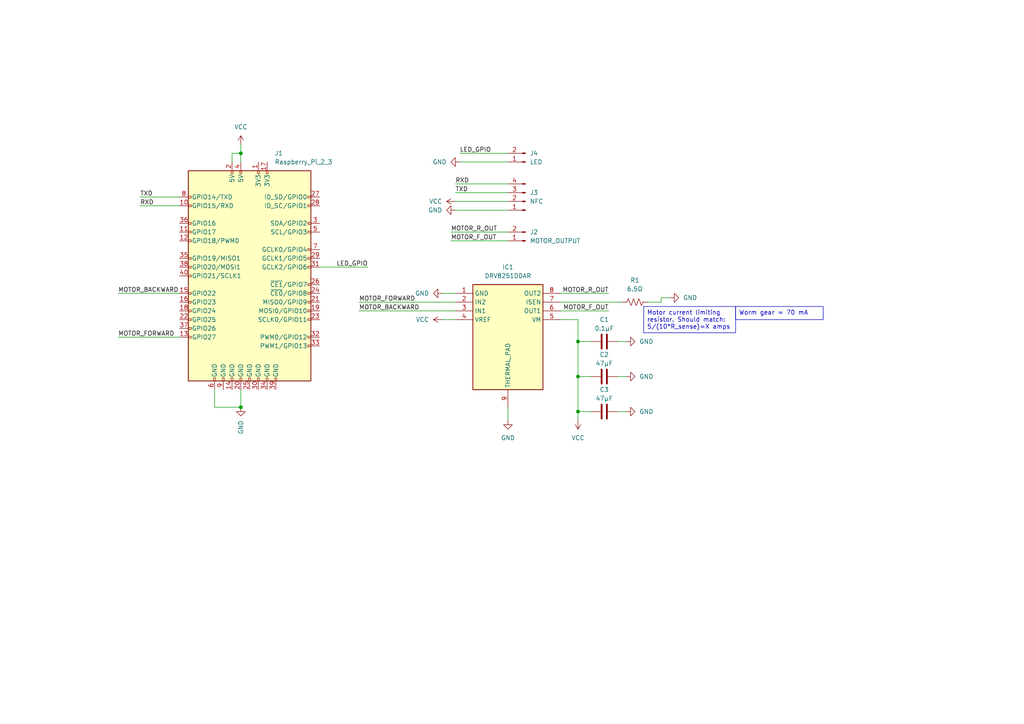
<source format=kicad_sch>
(kicad_sch (version 20230121) (generator eeschema)
  (paper "A4")
  (lib_symbols
    (symbol "Connector:Conn_01x02_Pin" (pin_names (offset 1.016) hide)
      (property "Reference" "J" (at 0 2.54 0))
      (property "Value" "Conn_01x02_Pin" (at 0 -5.08 0))
      (symbol "Conn_01x02_Pin_1_1"
        (polyline (pts (xy 1.27 -2.54) (xy 0.8636 -2.54)) (stroke (width 0.1524)))
        (polyline (pts (xy 1.27 0) (xy 0.8636 0)) (stroke (width 0.1524)))
        (rectangle (start 0.8636 -2.413) (end 0 -2.667) (stroke (width 0.1524)) (fill (type outline)))
        (rectangle (start 0.8636 0.127) (end 0 -0.127) (stroke (width 0.1524)) (fill (type outline)))
        (pin passive line (at 5.08 0 180) (length 3.81) (name "Pin_1") (number "1"))
        (pin passive line (at 5.08 -2.54 180) (length 3.81) (name "Pin_2") (number "2"))
      )
    )
    (symbol "Connector:Conn_01x04_Pin" (pin_names (offset 1.016) hide)
      (property "Reference" "J" (at 0 5.08 0))
      (property "Value" "Conn_01x04_Pin" (at 0 -7.62 0))
      (symbol "Conn_01x04_Pin_1_1"
        (polyline (pts (xy 1.27 -5.08) (xy 0.8636 -5.08)) (stroke (width 0.1524)))
        (polyline (pts (xy 1.27 -2.54) (xy 0.8636 -2.54)) (stroke (width 0.1524)))
        (polyline (pts (xy 1.27 0) (xy 0.8636 0)) (stroke (width 0.1524)))
        (polyline (pts (xy 1.27 2.54) (xy 0.8636 2.54)) (stroke (width 0.1524)))
        (rectangle (start 0.8636 -4.953) (end 0 -5.207) (stroke (width 0.1524)) (fill (type outline)))
        (rectangle (start 0.8636 -2.413) (end 0 -2.667) (stroke (width 0.1524)) (fill (type outline)))
        (rectangle (start 0.8636 0.127) (end 0 -0.127) (stroke (width 0.1524)) (fill (type outline)))
        (rectangle (start 0.8636 2.667) (end 0 2.413) (stroke (width 0.1524)) (fill (type outline)))
        (pin passive line (at 5.08 2.54 180) (length 3.81) (name "Pin_1") (number "1"))
        (pin passive line (at 5.08 0 180) (length 3.81) (name "Pin_2") (number "2"))
        (pin passive line (at 5.08 -2.54 180) (length 3.81) (name "Pin_3") (number "3"))
        (pin passive line (at 5.08 -5.08 180) (length 3.81) (name "Pin_4") (number "4"))
      )
    )
    (symbol "Connector:Raspberry_Pi_2_3" (pin_names (offset 1.016))
      (property "Reference" "J" (at -17.78 31.75 0))
      (property "Value" "Raspberry_Pi_2_3" (at 10.16 -31.75 0))
      (symbol "Raspberry_Pi_2_3_0_1"
        (rectangle (start -17.78 30.48) (end 17.78 -30.48) (stroke (width 0.254)) (fill (type background)))
      )
      (symbol "Raspberry_Pi_2_3_1_1"
        (rectangle (start -16.891 -17.526) (end -17.78 -18.034))
        (rectangle (start -16.891 -14.986) (end -17.78 -15.494))
        (rectangle (start -16.891 -12.446) (end -17.78 -12.954))
        (rectangle (start -16.891 -9.906) (end -17.78 -10.414))
        (rectangle (start -16.891 -7.366) (end -17.78 -7.874))
        (rectangle (start -16.891 -4.826) (end -17.78 -5.334))
        (rectangle (start -16.891 0.254) (end -17.78 -0.254))
        (rectangle (start -16.891 2.794) (end -17.78 2.286))
        (rectangle (start -16.891 5.334) (end -17.78 4.826))
        (rectangle (start -16.891 10.414) (end -17.78 9.906))
        (rectangle (start -16.891 12.954) (end -17.78 12.446))
        (rectangle (start -16.891 15.494) (end -17.78 14.986))
        (rectangle (start -16.891 20.574) (end -17.78 20.066))
        (rectangle (start -16.891 23.114) (end -17.78 22.606))
        (rectangle (start -10.414 -29.591) (end -9.906 -30.48))
        (rectangle (start -7.874 -29.591) (end -7.366 -30.48))
        (rectangle (start -5.334 -29.591) (end -4.826 -30.48))
        (rectangle (start -5.334 30.48) (end -4.826 29.591))
        (rectangle (start -2.794 -29.591) (end -2.286 -30.48))
        (rectangle (start -2.794 30.48) (end -2.286 29.591))
        (rectangle (start -0.254 -29.591) (end 0.254 -30.48))
        (rectangle (start 2.286 -29.591) (end 2.794 -30.48))
        (rectangle (start 2.286 30.48) (end 2.794 29.591))
        (rectangle (start 4.826 -29.591) (end 5.334 -30.48))
        (rectangle (start 4.826 30.48) (end 5.334 29.591))
        (rectangle (start 7.366 -29.591) (end 7.874 -30.48))
        (rectangle (start 17.78 -20.066) (end 16.891 -20.574))
        (rectangle (start 17.78 -17.526) (end 16.891 -18.034))
        (rectangle (start 17.78 -12.446) (end 16.891 -12.954))
        (rectangle (start 17.78 -9.906) (end 16.891 -10.414))
        (rectangle (start 17.78 -7.366) (end 16.891 -7.874))
        (rectangle (start 17.78 -4.826) (end 16.891 -5.334))
        (rectangle (start 17.78 -2.286) (end 16.891 -2.794))
        (rectangle (start 17.78 2.794) (end 16.891 2.286))
        (rectangle (start 17.78 5.334) (end 16.891 4.826))
        (rectangle (start 17.78 7.874) (end 16.891 7.366))
        (rectangle (start 17.78 12.954) (end 16.891 12.446))
        (rectangle (start 17.78 15.494) (end 16.891 14.986))
        (rectangle (start 17.78 20.574) (end 16.891 20.066))
        (rectangle (start 17.78 23.114) (end 16.891 22.606))
        (pin power_in line (at 2.54 33.02 270) (length 2.54) (name "3V3") (number "1"))
        (pin bidirectional line (at -20.32 20.32 0) (length 2.54) (name "GPIO15/RXD") (number "10"))
        (pin bidirectional line (at -20.32 12.7 0) (length 2.54) (name "GPIO17") (number "11"))
        (pin bidirectional line (at -20.32 10.16 0) (length 2.54) (name "GPIO18/PWM0") (number "12"))
        (pin bidirectional line (at -20.32 -17.78 0) (length 2.54) (name "GPIO27") (number "13"))
        (pin power_in line (at -5.08 -33.02 90) (length 2.54) (name "GND") (number "14"))
        (pin bidirectional line (at -20.32 -5.08 0) (length 2.54) (name "GPIO22") (number "15"))
        (pin bidirectional line (at -20.32 -7.62 0) (length 2.54) (name "GPIO23") (number "16"))
        (pin power_in line (at 5.08 33.02 270) (length 2.54) (name "3V3") (number "17"))
        (pin bidirectional line (at -20.32 -10.16 0) (length 2.54) (name "GPIO24") (number "18"))
        (pin bidirectional line (at 20.32 -10.16 180) (length 2.54) (name "MOSI0/GPIO10") (number "19"))
        (pin power_in line (at -5.08 33.02 270) (length 2.54) (name "5V") (number "2"))
        (pin power_in line (at -2.54 -33.02 90) (length 2.54) (name "GND") (number "20"))
        (pin bidirectional line (at 20.32 -7.62 180) (length 2.54) (name "MISO0/GPIO9") (number "21"))
        (pin bidirectional line (at -20.32 -12.7 0) (length 2.54) (name "GPIO25") (number "22"))
        (pin bidirectional line (at 20.32 -12.7 180) (length 2.54) (name "SCLK0/GPIO11") (number "23"))
        (pin bidirectional line (at 20.32 -5.08 180) (length 2.54) (name "~{CE0}/GPIO8") (number "24"))
        (pin power_in line (at 0 -33.02 90) (length 2.54) (name "GND") (number "25"))
        (pin bidirectional line (at 20.32 -2.54 180) (length 2.54) (name "~{CE1}/GPIO7") (number "26"))
        (pin bidirectional line (at 20.32 22.86 180) (length 2.54) (name "ID_SD/GPIO0") (number "27"))
        (pin bidirectional line (at 20.32 20.32 180) (length 2.54) (name "ID_SC/GPIO1") (number "28"))
        (pin bidirectional line (at 20.32 5.08 180) (length 2.54) (name "GCLK1/GPIO5") (number "29"))
        (pin bidirectional line (at 20.32 15.24 180) (length 2.54) (name "SDA/GPIO2") (number "3"))
        (pin power_in line (at 2.54 -33.02 90) (length 2.54) (name "GND") (number "30"))
        (pin bidirectional line (at 20.32 2.54 180) (length 2.54) (name "GCLK2/GPIO6") (number "31"))
        (pin bidirectional line (at 20.32 -17.78 180) (length 2.54) (name "PWM0/GPIO12") (number "32"))
        (pin bidirectional line (at 20.32 -20.32 180) (length 2.54) (name "PWM1/GPIO13") (number "33"))
        (pin power_in line (at 5.08 -33.02 90) (length 2.54) (name "GND") (number "34"))
        (pin bidirectional line (at -20.32 5.08 0) (length 2.54) (name "GPIO19/MISO1") (number "35"))
        (pin bidirectional line (at -20.32 15.24 0) (length 2.54) (name "GPIO16") (number "36"))
        (pin bidirectional line (at -20.32 -15.24 0) (length 2.54) (name "GPIO26") (number "37"))
        (pin bidirectional line (at -20.32 2.54 0) (length 2.54) (name "GPIO20/MOSI1") (number "38"))
        (pin power_in line (at 7.62 -33.02 90) (length 2.54) (name "GND") (number "39"))
        (pin power_in line (at -2.54 33.02 270) (length 2.54) (name "5V") (number "4"))
        (pin bidirectional line (at -20.32 0 0) (length 2.54) (name "GPIO21/SCLK1") (number "40"))
        (pin bidirectional line (at 20.32 12.7 180) (length 2.54) (name "SCL/GPIO3") (number "5"))
        (pin power_in line (at -10.16 -33.02 90) (length 2.54) (name "GND") (number "6"))
        (pin bidirectional line (at 20.32 7.62 180) (length 2.54) (name "GCLK0/GPIO4") (number "7"))
        (pin bidirectional line (at -20.32 22.86 0) (length 2.54) (name "GPIO14/TXD") (number "8"))
        (pin power_in line (at -7.62 -33.02 90) (length 2.54) (name "GND") (number "9"))
      )
    )
    (symbol "DRV8251DDAR:DRV8251DDAR"
      (property "Reference" "IC" (at 26.67 7.62 0))
      (property "Value" "DRV8251DDAR" (at 26.67 5.08 0))
      (symbol "DRV8251DDAR_1_1"
        (rectangle (start 5.08 2.54) (end 25.4 -27.94) (stroke (width 0.254)) (fill (type background)))
        (pin passive line (at 0 0 0) (length 5.08) (name "GND") (number "1"))
        (pin passive line (at 0 -2.54 0) (length 5.08) (name "IN2") (number "2"))
        (pin passive line (at 0 -5.08 0) (length 5.08) (name "IN1") (number "3"))
        (pin passive line (at 0 -7.62 0) (length 5.08) (name "VREF") (number "4"))
        (pin passive line (at 30.48 -7.62 180) (length 5.08) (name "VM") (number "5"))
        (pin passive line (at 30.48 -5.08 180) (length 5.08) (name "OUT1") (number "6"))
        (pin passive line (at 30.48 -2.54 180) (length 5.08) (name "ISEN") (number "7"))
        (pin passive line (at 30.48 0 180) (length 5.08) (name "OUT2") (number "8"))
        (pin passive line (at 15.24 -33.02 90) (length 5.08) (name "THERMAL_PAD") (number "9"))
      )
    )
    (symbol "Device:C" (pin_numbers hide) (pin_names (offset 0.254))
      (property "Reference" "C" (at 0.635 2.54 0))
      (property "Value" "C" (at 0.635 -2.54 0))
      (symbol "C_0_1"
        (polyline (pts (xy -2.032 -0.762) (xy 2.032 -0.762)) (stroke (width 0.508)))
        (polyline (pts (xy -2.032 0.762) (xy 2.032 0.762)) (stroke (width 0.508)))
      )
      (symbol "C_1_1"
        (pin passive line (at 0 3.81 270) (length 2.794) (name "~") (number "1"))
        (pin passive line (at 0 -3.81 90) (length 2.794) (name "~") (number "2"))
      )
    )
    (symbol "Device:R_US" (pin_numbers hide) (pin_names (offset 0))
      (property "Reference" "R" (at 2.54 0 90))
      (property "Value" "R_US" (at -2.54 0 90))
      (symbol "R_US_0_1"
        (polyline (pts (xy 0 -2.286) (xy 0 -2.54)))
        (polyline (pts (xy 0 2.286) (xy 0 2.54)))
        (polyline (pts (xy 0 -0.762) (xy 1.016 -1.143) (xy 0 -1.524) (xy -1.016 -1.905) (xy 0 -2.286)))
        (polyline (pts (xy 0 0.762) (xy 1.016 0.381) (xy 0 0) (xy -1.016 -0.381) (xy 0 -0.762)))
        (polyline (pts (xy 0 2.286) (xy 1.016 1.905) (xy 0 1.524) (xy -1.016 1.143) (xy 0 0.762)))
      )
      (symbol "R_US_1_1"
        (pin passive line (at 0 3.81 270) (length 1.27) (name "~") (number "1"))
        (pin passive line (at 0 -3.81 90) (length 1.27) (name "~") (number "2"))
      )
    )
    (symbol "power:GND" (power) (pin_names (offset 0))
      (property "Value" "GND" (at 0 -3.81 0))
      (symbol "GND_0_1"
        (polyline (pts (xy 0 0) (xy 0 -1.27) (xy 1.27 -1.27) (xy 0 -2.54) (xy -1.27 -1.27) (xy 0 -1.27)))
      )
      (symbol "GND_1_1"
        (pin power_in line (at 0 0 270) (length 0) hide (name "GND") (number "1"))
      )
    )
    (symbol "power:VCC" (power) (pin_names (offset 0))
      (property "Value" "VCC" (at 0 3.81 0))
      (symbol "VCC_0_1"
        (polyline (pts (xy -0.762 1.27) (xy 0 2.54)))
        (polyline (pts (xy 0 0) (xy 0 2.54)))
        (polyline (pts (xy 0 2.54) (xy 0.762 1.27)))
      )
      (symbol "VCC_1_1"
        (pin power_in line (at 0 0 90) (length 0) hide (name "VCC") (number "1"))
      )
    )
  )
  (junction (at 167.64 109.22))
  (junction (at 69.85 44.45))
  (junction (at 167.64 119.38))
  (junction (at 69.85 118.11))
  (junction (at 167.64 99.06))
  (wire (pts (xy 69.85 113.03) (xy 69.85 118.11)))
  (wire (pts (xy 162.56 90.17) (xy 176.53 90.17)))
  (wire (pts (xy 179.07 99.06) (xy 181.61 99.06)))
  (wire (pts (xy 40.64 57.15) (xy 52.07 57.15)))
  (wire (pts (xy 69.85 46.99) (xy 69.85 44.45)))
  (wire (pts (xy 130.81 69.85) (xy 147.32 69.85)))
  (wire (pts (xy 167.64 109.22) (xy 167.64 99.06)))
  (wire (pts (xy 167.64 109.22) (xy 171.45 109.22)))
  (wire (pts (xy 132.08 58.42) (xy 147.32 58.42)))
  (wire (pts (xy 62.23 118.11) (xy 69.85 118.11)))
  (wire (pts (xy 104.14 90.17) (xy 132.08 90.17)))
  (wire (pts (xy 128.27 85.09) (xy 132.08 85.09)))
  (wire (pts (xy 92.71 77.47) (xy 106.68 77.47)))
  (wire (pts (xy 167.64 119.38) (xy 167.64 109.22)))
  (wire (pts (xy 132.08 53.34) (xy 147.32 53.34)))
  (wire (pts (xy 130.81 67.31) (xy 147.32 67.31)))
  (wire (pts (xy 34.29 85.09) (xy 52.07 85.09)))
  (wire (pts (xy 69.85 44.45) (xy 67.31 44.45)))
  (wire (pts (xy 67.31 44.45) (xy 67.31 46.99)))
  (wire (pts (xy 40.64 59.69) (xy 52.07 59.69)))
  (wire (pts (xy 69.85 41.91) (xy 69.85 44.45)))
  (wire (pts (xy 132.08 60.96) (xy 147.32 60.96)))
  (wire (pts (xy 167.64 99.06) (xy 167.64 92.71)))
  (wire (pts (xy 104.14 87.63) (xy 132.08 87.63)))
  (wire (pts (xy 147.32 118.11) (xy 147.32 121.92)))
  (wire (pts (xy 162.56 85.09) (xy 176.53 85.09)))
  (wire (pts (xy 162.56 87.63) (xy 180.34 87.63)))
  (wire (pts (xy 133.35 46.99) (xy 147.32 46.99)))
  (wire (pts (xy 132.08 55.88) (xy 147.32 55.88)))
  (wire (pts (xy 191.77 87.63) (xy 187.96 87.63)))
  (wire (pts (xy 167.64 121.92) (xy 167.64 119.38)))
  (wire (pts (xy 62.23 113.03) (xy 62.23 118.11)))
  (wire (pts (xy 179.07 119.38) (xy 181.61 119.38)))
  (wire (pts (xy 191.77 86.36) (xy 194.31 86.36)))
  (wire (pts (xy 34.29 97.79) (xy 52.07 97.79)))
  (wire (pts (xy 191.77 86.36) (xy 191.77 87.63)))
  (wire (pts (xy 167.64 119.38) (xy 171.45 119.38)))
  (wire (pts (xy 179.07 109.22) (xy 181.61 109.22)))
  (wire (pts (xy 128.27 92.71) (xy 132.08 92.71)))
  (wire (pts (xy 167.64 99.06) (xy 171.45 99.06)))
  (wire (pts (xy 133.35 44.45) (xy 147.32 44.45)))
  (wire (pts (xy 167.64 92.71) (xy 162.56 92.71)))
  (text_box "Motor current limiting resistor. Should match:\n5/(10*R_sense)=X amps" (at 186.69 88.9 0) (size 26.67 7.62) (effects (font (size 1.27 1.27)) (justify left top)))
  (text_box "Worm gear = 70 mA" (at 213.36 88.9 0) (size 25.4 3.81) (effects (font (size 1.27 1.27)) (justify left top)))
  (label "MOTOR_F_OUT" (at 176.53 90.17 180))
  (label "MOTOR_BACKWARD" (at 104.14 90.17 0))
  (label "MOTOR_R_OUT" (at 176.53 85.09 180))
  (label "LED_GPIO" (at 133.35 44.45 0))
  (label "MOTOR_FORWARD" (at 104.14 87.63 0))
  (label "MOTOR_F_OUT" (at 130.81 69.85 0))
  (label "TXD" (at 40.64 57.15 0))
  (label "LED_GPIO" (at 106.68 77.47 180))
  (label "RXD" (at 132.08 53.34 0))
  (label "MOTOR_BACKWARD" (at 34.29 85.09 0))
  (label "MOTOR_R_OUT" (at 130.81 67.31 0))
  (label "RXD" (at 40.64 59.69 0))
  (label "MOTOR_FORWARD" (at 34.29 97.79 0))
  (label "TXD" (at 132.08 55.88 0))
  (symbol (lib_id "Device:C") (at 175.26 109.22 90) (unit 1)
    (property "Reference" "C2" (at 175.26 102.87 90))
    (property "Value" "47μF" (at 175.26 105.41 90))
    (property "Footprint" "Capacitor_SMD:C_0805_2012Metric" (effects hide))
  )
  (symbol (lib_id "Device:R_US") (at 184.15 87.63 90) (unit 1)
    (property "Reference" "R1" (at 184.15 81.28 90))
    (property "Value" "6.5Ω" (at 184.15 83.82 90))
    (property "Footprint" "Resistor_SMD:R_1206_3216Metric" (effects hide))
    (property "Datasheet" "https://www.digikey.com/en/products/detail/stackpole-electronics-inc/RMCF1206FT6R49/1759521" (effects hide))
  )
  (symbol (lib_id "power:GND") (at 69.85 118.11 0) (unit 1)
    (property "Reference" "#PWR01" (effects hide))
    (property "Value" "GND" (at 69.85 121.92 90) (effects (justify right)))
  )
  (symbol (lib_id "power:GND") (at 132.08 60.96 270) (unit 1)
    (property "Reference" "#PWR011" (effects hide))
    (property "Value" "GND" (at 128.27 60.96 90) (effects (justify right)))
  )
  (symbol (lib_id "power:GND") (at 128.27 85.09 270) (unit 1)
    (property "Reference" "#PWR02" (effects hide))
    (property "Value" "GND" (at 124.46 85.09 90) (effects (justify right)))
  )
  (symbol (lib_id "DRV8251DDAR:DRV8251DDAR") (at 132.08 85.09 0) (unit 1)
    (property "Reference" "IC1" (at 147.32 77.47 0))
    (property "Value" "DRV8251DDAR" (at 147.32 80.01 0))
    (property "Footprint" "SOIC127P600X170-9N" (effects hide))
    (property "Datasheet" "https://www.arrow.com/en/products/drv8251ddar/texas-instruments?region=nac" (effects hide))
    (property "Height" "1.7" (effects hide))
    (property "Manufacturer_Name" "Texas Instruments" (effects hide))
    (property "Manufacturer_Part_Number" "DRV8251DDAR" (effects hide))
    (property "Mouser Part Number" "595-DRV8251DDAR" (effects hide))
    (property "Mouser Price/Stock" "https://www.mouser.co.uk/ProductDetail/Texas-Instruments/DRV8251DDAR?qs=doiCPypUmgHTzZyfapGahQ%3D%3D" (effects hide))
    (property "Arrow Part Number" "DRV8251DDAR" (effects hide))
    (property "Arrow Price/Stock" "https://www.arrow.com/en/products/drv8251ddar/texas-instruments?region=nac" (effects hide))
  )
  (symbol (lib_id "Device:C") (at 175.26 119.38 90) (unit 1)
    (property "Reference" "C3" (at 175.26 113.03 90))
    (property "Value" "47μF" (at 175.26 115.57 90))
    (property "Footprint" "Capacitor_SMD:C_0805_2012Metric" (effects hide))
  )
  (symbol (lib_id "Connector:Raspberry_Pi_2_3") (at 72.39 80.01 0) (unit 1)
    (property "Reference" "J1" (at 79.6641 44.45 0) (effects (justify left)))
    (property "Value" "Raspberry_Pi_2_3" (at 79.6641 46.99 0) (effects (justify left)))
    (property "Footprint" "Connector_PinSocket_2.54mm:PinSocket_2x20_P2.54mm_Vertical" (effects hide))
    (property "Datasheet" "https://www.raspberrypi.org/documentation/hardware/raspberrypi/schematics/rpi_SCH_3bplus_1p0_reduced.pdf" (effects hide))
  )
  (symbol (lib_id "Connector:Conn_01x02_Pin") (at 152.4 69.85 180) (unit 1)
    (property "Reference" "J2" (at 153.67 67.31 0) (effects (justify right)))
    (property "Value" "MOTOR_OUTPUT" (at 153.67 69.85 0) (effects (justify right)))
    (property "Footprint" "Library:CUSTOM_PIN_HEADER_01x02_J2" (effects hide))
  )
  (symbol (lib_id "Connector:Conn_01x02_Pin") (at 152.4 46.99 180) (unit 1)
    (property "Reference" "J4" (at 153.67 44.45 0) (effects (justify right)))
    (property "Value" "LED" (at 153.67 46.99 0) (effects (justify right)))
    (property "Footprint" "Library:CUSTOM_PIN_HEADER_01x02_J2" (effects hide))
  )
  (symbol (lib_id "Connector:Conn_01x04_Pin") (at 152.4 58.42 180) (unit 1)
    (property "Reference" "J3" (at 153.67 55.88 0) (effects (justify right)))
    (property "Value" "NFC" (at 153.67 58.42 0) (effects (justify right)))
    (property "Footprint" "Library:CUSTOM_PinHeader_1x04_P2.54mm_Horizontal" (effects hide))
  )
  (symbol (lib_id "power:VCC") (at 167.64 121.92 180) (unit 1)
    (property "Reference" "#PWR07" (effects hide))
    (property "Value" "VCC" (at 167.64 127 0))
  )
  (symbol (lib_id "Device:C") (at 175.26 99.06 90) (unit 1)
    (property "Reference" "C1" (at 175.26 92.71 90))
    (property "Value" "0.1μF" (at 175.26 95.25 90))
    (property "Footprint" "Capacitor_SMD:C_0402_1005Metric" (effects hide))
  )
  (symbol (lib_id "power:GND") (at 181.61 109.22 90) (unit 1)
    (property "Reference" "#PWR09" (effects hide))
    (property "Value" "GND" (at 185.42 109.22 90) (effects (justify right)))
  )
  (symbol (lib_id "power:GND") (at 147.32 121.92 0) (unit 1)
    (property "Reference" "#PWR05" (effects hide))
    (property "Value" "GND" (at 147.32 127 0))
  )
  (symbol (lib_id "power:GND") (at 194.31 86.36 90) (unit 1)
    (property "Reference" "#PWR06" (effects hide))
    (property "Value" "GND" (at 198.12 86.36 90) (effects (justify right)))
  )
  (symbol (lib_id "power:VCC") (at 132.08 58.42 90) (unit 1)
    (property "Reference" "#PWR012" (effects hide))
    (property "Value" "VCC" (at 128.27 58.42 90) (effects (justify left)))
  )
  (symbol (lib_id "power:GND") (at 181.61 99.06 90) (unit 1)
    (property "Reference" "#PWR08" (effects hide))
    (property "Value" "GND" (at 185.42 99.06 90) (effects (justify right)))
  )
  (symbol (lib_id "power:VCC") (at 128.27 92.71 90) (unit 1)
    (property "Reference" "#PWR03" (effects hide))
    (property "Value" "VCC" (at 124.46 92.71 90) (effects (justify left)))
  )
  (symbol (lib_id "power:GND") (at 133.35 46.99 270) (unit 1)
    (property "Reference" "#PWR013" (effects hide))
    (property "Value" "GND" (at 129.54 46.99 90) (effects (justify right)))
  )
  (symbol (lib_id "power:GND") (at 181.61 119.38 90) (unit 1)
    (property "Reference" "#PWR010" (effects hide))
    (property "Value" "GND" (at 185.42 119.38 90) (effects (justify right)))
  )
  (symbol (lib_id "power:VCC") (at 69.85 41.91 0) (unit 1)
    (property "Reference" "#PWR04" (effects hide))
    (property "Value" "VCC" (at 69.85 36.83 0))
  )
)
</source>
